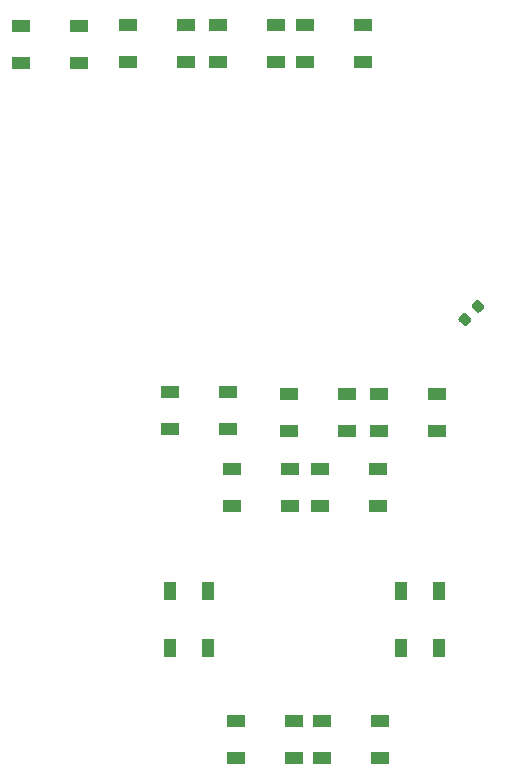
<source format=gbr>
G04 #@! TF.GenerationSoftware,KiCad,Pcbnew,(5.1.10)-1*
G04 #@! TF.CreationDate,2022-05-14T13:39:40+10:00*
G04 #@! TF.ProjectId,AV COOL PCB V2,41562043-4f4f-44c2-9050-43422056322e,rev?*
G04 #@! TF.SameCoordinates,Original*
G04 #@! TF.FileFunction,Paste,Top*
G04 #@! TF.FilePolarity,Positive*
%FSLAX46Y46*%
G04 Gerber Fmt 4.6, Leading zero omitted, Abs format (unit mm)*
G04 Created by KiCad (PCBNEW (5.1.10)-1) date 2022-05-14 13:39:40*
%MOMM*%
%LPD*%
G01*
G04 APERTURE LIST*
%ADD10R,1.000000X1.500000*%
%ADD11R,1.500000X1.000000*%
G04 APERTURE END LIST*
D10*
G04 #@! TO.C,D14*
X226136000Y-85180000D03*
X222936000Y-85180000D03*
X226136000Y-90080000D03*
X222936000Y-90080000D03*
G04 #@! TD*
D11*
G04 #@! TO.C,D13*
X228526000Y-96190000D03*
X228526000Y-99390000D03*
X233426000Y-96190000D03*
X233426000Y-99390000D03*
G04 #@! TD*
G04 #@! TO.C,D12*
X235802000Y-96190000D03*
X235802000Y-99390000D03*
X240702000Y-96190000D03*
X240702000Y-99390000D03*
G04 #@! TD*
D10*
G04 #@! TO.C,D11*
X242494000Y-90080000D03*
X245694000Y-90080000D03*
X242494000Y-85180000D03*
X245694000Y-85180000D03*
G04 #@! TD*
D11*
G04 #@! TO.C,D10*
X235638000Y-74854000D03*
X235638000Y-78054000D03*
X240538000Y-74854000D03*
X240538000Y-78054000D03*
G04 #@! TD*
G04 #@! TO.C,D9*
X228182000Y-74854000D03*
X228182000Y-78054000D03*
X233082000Y-74854000D03*
X233082000Y-78054000D03*
G04 #@! TD*
G04 #@! TO.C,D8*
X240628000Y-68504000D03*
X240628000Y-71704000D03*
X245528000Y-68504000D03*
X245528000Y-71704000D03*
G04 #@! TD*
G04 #@! TO.C,D7*
X233008000Y-68504000D03*
X233008000Y-71704000D03*
X237908000Y-68504000D03*
X237908000Y-71704000D03*
G04 #@! TD*
G04 #@! TO.C,D6*
X222938000Y-68326000D03*
X222938000Y-71526000D03*
X227838000Y-68326000D03*
X227838000Y-71526000D03*
G04 #@! TD*
G04 #@! TO.C,D5*
X234368000Y-37262000D03*
X234368000Y-40462000D03*
X239268000Y-37262000D03*
X239268000Y-40462000D03*
G04 #@! TD*
G04 #@! TO.C,D4*
X227002000Y-37262000D03*
X227002000Y-40462000D03*
X231902000Y-37262000D03*
X231902000Y-40462000D03*
G04 #@! TD*
G04 #@! TO.C,D3*
X219382000Y-37262000D03*
X219382000Y-40462000D03*
X224282000Y-37262000D03*
X224282000Y-40462000D03*
G04 #@! TD*
G04 #@! TO.C,D2*
X210312000Y-37338000D03*
X210312000Y-40538000D03*
X215212000Y-37338000D03*
X215212000Y-40538000D03*
G04 #@! TD*
G04 #@! TO.C,R1*
G36*
G01*
X248032163Y-61739444D02*
X248394556Y-62101837D01*
G75*
G02*
X248394556Y-62411197I-154680J-154680D01*
G01*
X248085197Y-62720556D01*
G75*
G02*
X247775837Y-62720556I-154680J154680D01*
G01*
X247413444Y-62358163D01*
G75*
G02*
X247413444Y-62048803I154680J154680D01*
G01*
X247722803Y-61739444D01*
G75*
G02*
X248032163Y-61739444I154680J-154680D01*
G01*
G37*
G36*
G01*
X249145857Y-60625750D02*
X249508250Y-60988143D01*
G75*
G02*
X249508250Y-61297503I-154680J-154680D01*
G01*
X249198891Y-61606862D01*
G75*
G02*
X248889531Y-61606862I-154680J154680D01*
G01*
X248527138Y-61244469D01*
G75*
G02*
X248527138Y-60935109I154680J154680D01*
G01*
X248836497Y-60625750D01*
G75*
G02*
X249145857Y-60625750I154680J-154680D01*
G01*
G37*
G04 #@! TD*
M02*

</source>
